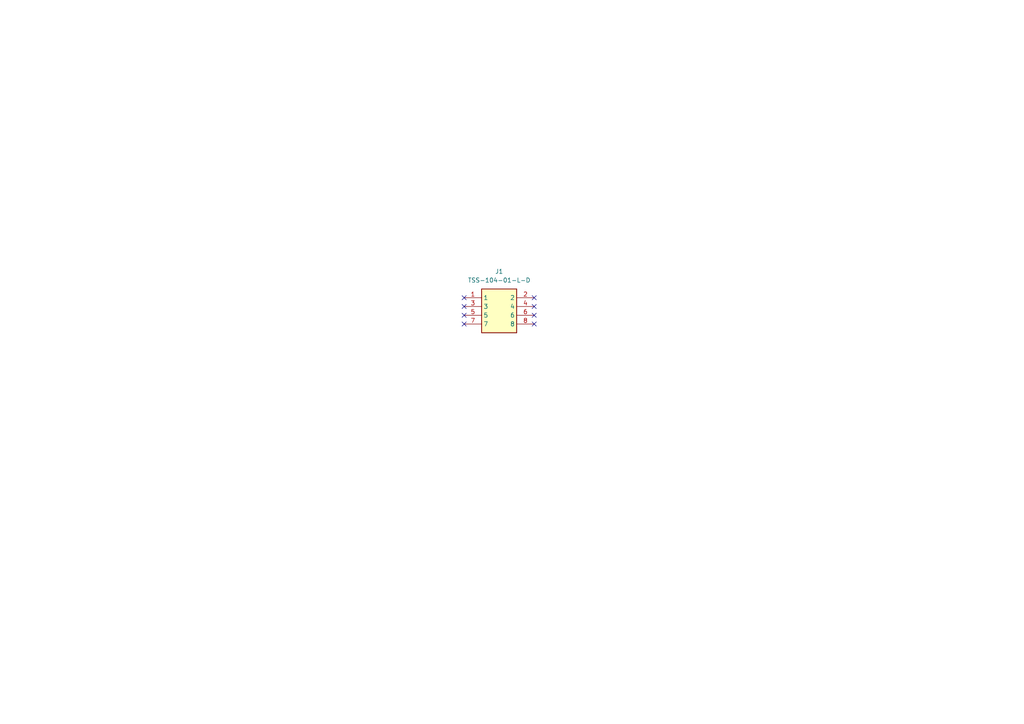
<source format=kicad_sch>
(kicad_sch (version 20230121) (generator eeschema)
  (paper "A4")
  (lib_symbols
    (symbol "SamacSys_Parts:TSS-104-01-L-D"
      (property "Reference" "J" (at 16.51 7.62 0))
      (property "Value" "TSS-104-01-L-D" (at 16.51 5.08 0))
      (symbol "TSS-104-01-L-D_1_1"
        (rectangle (start 5.08 2.54) (end 15.24 -10.16) (stroke (width 0.254)) (fill (type background)))
        (pin passive line (at 0 0 0) (length 5.08) (name "1") (number "1"))
        (pin passive line (at 20.32 0 180) (length 5.08) (name "2") (number "2"))
        (pin passive line (at 0 -2.54 0) (length 5.08) (name "3") (number "3"))
        (pin passive line (at 20.32 -2.54 180) (length 5.08) (name "4") (number "4"))
        (pin passive line (at 0 -5.08 0) (length 5.08) (name "5") (number "5"))
        (pin passive line (at 20.32 -5.08 180) (length 5.08) (name "6") (number "6"))
        (pin passive line (at 0 -7.62 0) (length 5.08) (name "7") (number "7"))
        (pin passive line (at 20.32 -7.62 180) (length 5.08) (name "8") (number "8"))
      )
    )
  )
  (no_connect (at 134.62 86.36))
  (no_connect (at 134.62 88.9))
  (no_connect (at 154.94 93.98))
  (no_connect (at 134.62 91.44))
  (no_connect (at 154.94 86.36))
  (no_connect (at 134.62 93.98))
  (no_connect (at 154.94 91.44))
  (no_connect (at 154.94 88.9))
  (symbol (lib_id "SamacSys_Parts:TSS-104-01-L-D") (at 134.62 86.36 0) (unit 1)
    (property "Reference" "J1" (at 144.78 78.74 0))
    (property "Value" "TSS-104-01-L-D" (at 144.78 81.28 0))
    (property "Footprint" "SamacSys_Parts:TSS-104-XX-YYY-D (WITH MOUNTING)" (effects hide))
    (property "Datasheet" "http://suddendocs.samtec.com/prints/tss-1xx-xx-xxx-x-xx-xx-mkt.pdf" (effects hide))
    (property "Mouser Part Number" "200-TSS10401LD" (effects hide))
    (property "Mouser Price/Stock" "https://www.mouser.co.uk/ProductDetail/Samtec/TSS-104-01-L-D?qs=rU5fayqh%252BE15LN7fvjnjEg%3D%3D" (effects hide))
    (property "Manufacturer_Name" "SAMTEC" (effects hide))
    (property "Manufacturer_Part_Number" "TSS-104-01-L-D" (effects hide))
  )
)
</source>
